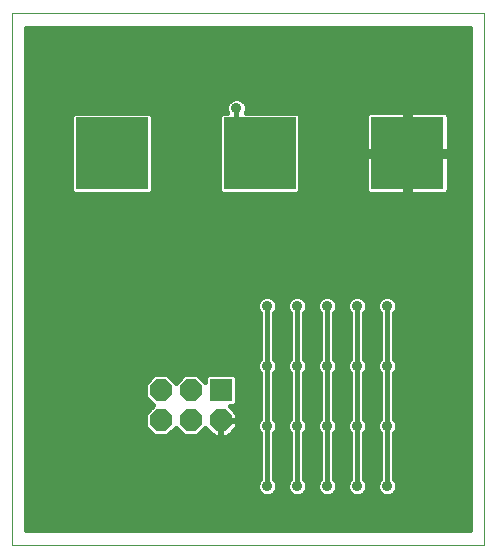
<source format=gbl>
G75*
G70*
%OFA0B0*%
%FSLAX24Y24*%
%IPPOS*%
%LPD*%
%AMOC8*
5,1,8,0,0,1.08239X$1,22.5*
%
%ADD10C,0.0000*%
%ADD11R,0.0740X0.0740*%
%ADD12OC8,0.0740*%
%ADD13R,0.2390X0.2390*%
%ADD14C,0.0160*%
%ADD15C,0.0357*%
D10*
X004992Y001305D02*
X004992Y019022D01*
X020740Y019022D01*
X020740Y001305D01*
X004992Y001305D01*
D11*
X011955Y006455D03*
D12*
X011955Y005455D03*
X010955Y005455D03*
X010955Y006455D03*
X009955Y006455D03*
X009955Y005455D03*
D13*
X008334Y014355D03*
X013255Y014355D03*
X018176Y014355D03*
D14*
X018096Y014302D02*
X014610Y014302D01*
X014610Y014144D02*
X016801Y014144D01*
X016801Y014275D02*
X016801Y013136D01*
X016814Y013091D01*
X016837Y013050D01*
X016871Y013016D01*
X016912Y012992D01*
X016958Y012980D01*
X018096Y012980D01*
X018096Y014275D01*
X016801Y014275D01*
X016801Y014435D02*
X018096Y014435D01*
X018096Y014275D01*
X018256Y014275D01*
X018256Y012980D01*
X019395Y012980D01*
X019441Y012992D01*
X019482Y013016D01*
X019515Y013050D01*
X019539Y013091D01*
X019551Y013136D01*
X019551Y014275D01*
X018256Y014275D01*
X018256Y014435D01*
X018096Y014435D01*
X018096Y015730D01*
X016958Y015730D01*
X016912Y015718D01*
X016871Y015694D01*
X016837Y015660D01*
X016814Y015619D01*
X016801Y015574D01*
X016801Y014435D01*
X016801Y014461D02*
X014610Y014461D01*
X014610Y014619D02*
X016801Y014619D01*
X016801Y014778D02*
X014610Y014778D01*
X014610Y014936D02*
X016801Y014936D01*
X016801Y015095D02*
X014610Y015095D01*
X014610Y015253D02*
X016801Y015253D01*
X016801Y015412D02*
X014610Y015412D01*
X014610Y015570D02*
X016801Y015570D01*
X016953Y015729D02*
X012794Y015729D01*
X012786Y015710D02*
X012818Y015788D01*
X012818Y015922D01*
X012767Y016047D01*
X012672Y016142D01*
X012547Y016193D01*
X012413Y016193D01*
X012288Y016142D01*
X012193Y016047D01*
X012142Y015922D01*
X012142Y015788D01*
X012174Y015710D01*
X011994Y015710D01*
X011900Y015616D01*
X011900Y013094D01*
X011994Y013000D01*
X014516Y013000D01*
X014610Y013094D01*
X014610Y015616D01*
X014516Y015710D01*
X012786Y015710D01*
X012818Y015887D02*
X020260Y015887D01*
X020260Y015729D02*
X019400Y015729D01*
X019395Y015730D02*
X018256Y015730D01*
X018256Y014435D01*
X019551Y014435D01*
X019551Y015574D01*
X019539Y015619D01*
X019515Y015660D01*
X019482Y015694D01*
X019441Y015718D01*
X019395Y015730D01*
X019551Y015570D02*
X020260Y015570D01*
X020260Y015412D02*
X019551Y015412D01*
X019551Y015253D02*
X020260Y015253D01*
X020260Y015095D02*
X019551Y015095D01*
X019551Y014936D02*
X020260Y014936D01*
X020260Y014778D02*
X019551Y014778D01*
X019551Y014619D02*
X020260Y014619D01*
X020260Y014461D02*
X019551Y014461D01*
X019551Y014144D02*
X020260Y014144D01*
X020260Y014302D02*
X018256Y014302D01*
X018256Y014144D02*
X018096Y014144D01*
X018096Y013985D02*
X018256Y013985D01*
X018256Y013827D02*
X018096Y013827D01*
X018096Y013668D02*
X018256Y013668D01*
X018256Y013510D02*
X018096Y013510D01*
X018096Y013351D02*
X018256Y013351D01*
X018256Y013193D02*
X018096Y013193D01*
X018096Y013034D02*
X018256Y013034D01*
X019500Y013034D02*
X020260Y013034D01*
X020260Y012876D02*
X005472Y012876D01*
X005472Y013034D02*
X007039Y013034D01*
X007073Y013000D02*
X009595Y013000D01*
X009689Y013094D01*
X009689Y015616D01*
X009595Y015710D01*
X007073Y015710D01*
X006979Y015616D01*
X006979Y013094D01*
X007073Y013000D01*
X006979Y013193D02*
X005472Y013193D01*
X005472Y013351D02*
X006979Y013351D01*
X006979Y013510D02*
X005472Y013510D01*
X005472Y013668D02*
X006979Y013668D01*
X006979Y013827D02*
X005472Y013827D01*
X005472Y013985D02*
X006979Y013985D01*
X006979Y014144D02*
X005472Y014144D01*
X005472Y014302D02*
X006979Y014302D01*
X006979Y014461D02*
X005472Y014461D01*
X005472Y014619D02*
X006979Y014619D01*
X006979Y014778D02*
X005472Y014778D01*
X005472Y014936D02*
X006979Y014936D01*
X006979Y015095D02*
X005472Y015095D01*
X005472Y015253D02*
X006979Y015253D01*
X006979Y015412D02*
X005472Y015412D01*
X005472Y015570D02*
X006979Y015570D01*
X005472Y015729D02*
X012166Y015729D01*
X012142Y015887D02*
X005472Y015887D01*
X005472Y016046D02*
X012193Y016046D01*
X012480Y015855D02*
X012480Y015130D01*
X011900Y015095D02*
X009689Y015095D01*
X009689Y015253D02*
X011900Y015253D01*
X011900Y015412D02*
X009689Y015412D01*
X009689Y015570D02*
X011900Y015570D01*
X011900Y014936D02*
X009689Y014936D01*
X009689Y014778D02*
X011900Y014778D01*
X011900Y014619D02*
X009689Y014619D01*
X009689Y014461D02*
X011900Y014461D01*
X011900Y014302D02*
X009689Y014302D01*
X009689Y014144D02*
X011900Y014144D01*
X011900Y013985D02*
X009689Y013985D01*
X009689Y013827D02*
X011900Y013827D01*
X011900Y013668D02*
X009689Y013668D01*
X009689Y013510D02*
X011900Y013510D01*
X011900Y013351D02*
X009689Y013351D01*
X009689Y013193D02*
X011900Y013193D01*
X011960Y013034D02*
X009629Y013034D01*
X009905Y011955D02*
X009905Y011905D01*
X013218Y009447D02*
X013167Y009322D01*
X013167Y009188D01*
X013218Y009063D01*
X013265Y009016D01*
X013265Y007494D01*
X013218Y007447D01*
X013167Y007322D01*
X013167Y007188D01*
X013218Y007063D01*
X013265Y007016D01*
X013265Y005494D01*
X013218Y005447D01*
X013167Y005322D01*
X013167Y005188D01*
X013218Y005063D01*
X013265Y005016D01*
X013265Y003494D01*
X013218Y003447D01*
X013167Y003322D01*
X013167Y003188D01*
X013218Y003063D01*
X013313Y002968D01*
X013438Y002917D01*
X013572Y002917D01*
X013697Y002968D01*
X013792Y003063D01*
X013843Y003188D01*
X013843Y003322D01*
X013792Y003447D01*
X013745Y003494D01*
X013745Y005016D01*
X013792Y005063D01*
X013843Y005188D01*
X013843Y005322D01*
X013792Y005447D01*
X013745Y005494D01*
X013745Y007016D01*
X013792Y007063D01*
X013843Y007188D01*
X013843Y007322D01*
X013792Y007447D01*
X013745Y007494D01*
X013745Y009016D01*
X013792Y009063D01*
X013843Y009188D01*
X013843Y009322D01*
X013792Y009447D01*
X013697Y009542D01*
X013572Y009593D01*
X013438Y009593D01*
X013313Y009542D01*
X013218Y009447D01*
X013194Y009389D02*
X005472Y009389D01*
X005472Y009547D02*
X013326Y009547D01*
X013505Y009255D02*
X013505Y007255D01*
X013505Y005255D01*
X013505Y003255D01*
X013184Y003366D02*
X005472Y003366D01*
X005472Y003524D02*
X013265Y003524D01*
X013265Y003683D02*
X005472Y003683D01*
X005472Y003841D02*
X013265Y003841D01*
X013265Y004000D02*
X005472Y004000D01*
X005472Y004158D02*
X013265Y004158D01*
X013265Y004317D02*
X005472Y004317D01*
X005472Y004475D02*
X013265Y004475D01*
X013265Y004634D02*
X005472Y004634D01*
X005472Y004792D02*
X013265Y004792D01*
X013265Y004951D02*
X012228Y004951D01*
X012183Y004905D02*
X012505Y005227D01*
X012505Y005435D01*
X011975Y005435D01*
X011975Y005475D01*
X012505Y005475D01*
X012505Y005683D01*
X012263Y005925D01*
X012391Y005925D01*
X012485Y006019D01*
X012485Y006891D01*
X012391Y006985D01*
X011519Y006985D01*
X011425Y006891D01*
X011425Y006735D01*
X011175Y006985D01*
X010735Y006985D01*
X010455Y006705D01*
X010175Y006985D01*
X009735Y006985D01*
X009425Y006675D01*
X009425Y006235D01*
X009705Y005955D01*
X009425Y005675D01*
X009425Y005235D01*
X009735Y004925D01*
X010175Y004925D01*
X010455Y005205D01*
X010735Y004925D01*
X011175Y004925D01*
X011441Y005191D01*
X011727Y004905D01*
X011935Y004905D01*
X011935Y005435D01*
X011975Y005435D01*
X011975Y004905D01*
X012183Y004905D01*
X011975Y004951D02*
X011935Y004951D01*
X011935Y005109D02*
X011975Y005109D01*
X011975Y005268D02*
X011935Y005268D01*
X011935Y005426D02*
X011975Y005426D01*
X012387Y005109D02*
X013199Y005109D01*
X013167Y005268D02*
X012505Y005268D01*
X012505Y005426D02*
X013210Y005426D01*
X013265Y005585D02*
X012505Y005585D01*
X012445Y005743D02*
X013265Y005743D01*
X013265Y005902D02*
X012286Y005902D01*
X012485Y006060D02*
X013265Y006060D01*
X013265Y006219D02*
X012485Y006219D01*
X012485Y006377D02*
X013265Y006377D01*
X013265Y006536D02*
X012485Y006536D01*
X012485Y006694D02*
X013265Y006694D01*
X013265Y006853D02*
X012485Y006853D01*
X013174Y007170D02*
X005472Y007170D01*
X005472Y007328D02*
X013169Y007328D01*
X013258Y007487D02*
X005472Y007487D01*
X005472Y007645D02*
X013265Y007645D01*
X013265Y007804D02*
X005472Y007804D01*
X005472Y007962D02*
X013265Y007962D01*
X013265Y008121D02*
X005472Y008121D01*
X005472Y008279D02*
X013265Y008279D01*
X013265Y008438D02*
X005472Y008438D01*
X005472Y008596D02*
X013265Y008596D01*
X013265Y008755D02*
X005472Y008755D01*
X005472Y008913D02*
X013265Y008913D01*
X013215Y009072D02*
X005472Y009072D01*
X005472Y009230D02*
X013167Y009230D01*
X013684Y009547D02*
X014326Y009547D01*
X014313Y009542D02*
X014218Y009447D01*
X014167Y009322D01*
X014167Y009188D01*
X014218Y009063D01*
X014265Y009016D01*
X014265Y007494D01*
X014218Y007447D01*
X014167Y007322D01*
X014167Y007188D01*
X014218Y007063D01*
X014265Y007016D01*
X014265Y005494D01*
X014218Y005447D01*
X014167Y005322D01*
X014167Y005188D01*
X014218Y005063D01*
X014265Y005016D01*
X014265Y003494D01*
X014218Y003447D01*
X014167Y003322D01*
X014167Y003188D01*
X014218Y003063D01*
X014313Y002968D01*
X014438Y002917D01*
X014572Y002917D01*
X014697Y002968D01*
X014792Y003063D01*
X014843Y003188D01*
X014843Y003322D01*
X014792Y003447D01*
X014745Y003494D01*
X014745Y005016D01*
X014792Y005063D01*
X014843Y005188D01*
X014843Y005322D01*
X014792Y005447D01*
X014745Y005494D01*
X014745Y007016D01*
X014792Y007063D01*
X014843Y007188D01*
X014843Y007322D01*
X014792Y007447D01*
X014745Y007494D01*
X014745Y009016D01*
X014792Y009063D01*
X014843Y009188D01*
X014843Y009322D01*
X014792Y009447D01*
X014697Y009542D01*
X014572Y009593D01*
X014438Y009593D01*
X014313Y009542D01*
X014194Y009389D02*
X013816Y009389D01*
X013843Y009230D02*
X014167Y009230D01*
X014215Y009072D02*
X013795Y009072D01*
X013745Y008913D02*
X014265Y008913D01*
X014265Y008755D02*
X013745Y008755D01*
X013745Y008596D02*
X014265Y008596D01*
X014265Y008438D02*
X013745Y008438D01*
X013745Y008279D02*
X014265Y008279D01*
X014265Y008121D02*
X013745Y008121D01*
X013745Y007962D02*
X014265Y007962D01*
X014265Y007804D02*
X013745Y007804D01*
X013745Y007645D02*
X014265Y007645D01*
X014258Y007487D02*
X013752Y007487D01*
X013841Y007328D02*
X014169Y007328D01*
X014174Y007170D02*
X013836Y007170D01*
X013745Y007011D02*
X014265Y007011D01*
X014265Y006853D02*
X013745Y006853D01*
X013745Y006694D02*
X014265Y006694D01*
X014265Y006536D02*
X013745Y006536D01*
X013745Y006377D02*
X014265Y006377D01*
X014265Y006219D02*
X013745Y006219D01*
X013745Y006060D02*
X014265Y006060D01*
X014265Y005902D02*
X013745Y005902D01*
X013745Y005743D02*
X014265Y005743D01*
X014265Y005585D02*
X013745Y005585D01*
X013800Y005426D02*
X014210Y005426D01*
X014167Y005268D02*
X013843Y005268D01*
X013811Y005109D02*
X014199Y005109D01*
X014265Y004951D02*
X013745Y004951D01*
X013745Y004792D02*
X014265Y004792D01*
X014265Y004634D02*
X013745Y004634D01*
X013745Y004475D02*
X014265Y004475D01*
X014265Y004317D02*
X013745Y004317D01*
X013745Y004158D02*
X014265Y004158D01*
X014265Y004000D02*
X013745Y004000D01*
X013745Y003841D02*
X014265Y003841D01*
X014265Y003683D02*
X013745Y003683D01*
X013745Y003524D02*
X014265Y003524D01*
X014184Y003366D02*
X013826Y003366D01*
X013843Y003207D02*
X014167Y003207D01*
X014233Y003049D02*
X013777Y003049D01*
X013233Y003049D02*
X005472Y003049D01*
X005472Y003207D02*
X013167Y003207D01*
X014505Y003255D02*
X014505Y005255D01*
X014505Y007255D01*
X014505Y009255D01*
X014816Y009389D02*
X015194Y009389D01*
X015218Y009447D02*
X015167Y009322D01*
X015167Y009188D01*
X015218Y009063D01*
X015265Y009016D01*
X015265Y007494D01*
X015218Y007447D01*
X015167Y007322D01*
X015167Y007188D01*
X015218Y007063D01*
X015265Y007016D01*
X015265Y005494D01*
X015218Y005447D01*
X015167Y005322D01*
X015167Y005188D01*
X015218Y005063D01*
X015265Y005016D01*
X015265Y003494D01*
X015218Y003447D01*
X015167Y003322D01*
X015167Y003188D01*
X015218Y003063D01*
X015313Y002968D01*
X015438Y002917D01*
X015572Y002917D01*
X015697Y002968D01*
X015792Y003063D01*
X015843Y003188D01*
X015843Y003322D01*
X015792Y003447D01*
X015745Y003494D01*
X015745Y005016D01*
X015792Y005063D01*
X015843Y005188D01*
X015843Y005322D01*
X015792Y005447D01*
X015745Y005494D01*
X015745Y007016D01*
X015792Y007063D01*
X015843Y007188D01*
X015843Y007322D01*
X015792Y007447D01*
X015745Y007494D01*
X015745Y009016D01*
X015792Y009063D01*
X015843Y009188D01*
X015843Y009322D01*
X015792Y009447D01*
X015697Y009542D01*
X015572Y009593D01*
X015438Y009593D01*
X015313Y009542D01*
X015218Y009447D01*
X015326Y009547D02*
X014684Y009547D01*
X014843Y009230D02*
X015167Y009230D01*
X015215Y009072D02*
X014795Y009072D01*
X014745Y008913D02*
X015265Y008913D01*
X015265Y008755D02*
X014745Y008755D01*
X014745Y008596D02*
X015265Y008596D01*
X015265Y008438D02*
X014745Y008438D01*
X014745Y008279D02*
X015265Y008279D01*
X015265Y008121D02*
X014745Y008121D01*
X014745Y007962D02*
X015265Y007962D01*
X015265Y007804D02*
X014745Y007804D01*
X014745Y007645D02*
X015265Y007645D01*
X015258Y007487D02*
X014752Y007487D01*
X014841Y007328D02*
X015169Y007328D01*
X015174Y007170D02*
X014836Y007170D01*
X014745Y007011D02*
X015265Y007011D01*
X015265Y006853D02*
X014745Y006853D01*
X014745Y006694D02*
X015265Y006694D01*
X015265Y006536D02*
X014745Y006536D01*
X014745Y006377D02*
X015265Y006377D01*
X015265Y006219D02*
X014745Y006219D01*
X014745Y006060D02*
X015265Y006060D01*
X015265Y005902D02*
X014745Y005902D01*
X014745Y005743D02*
X015265Y005743D01*
X015265Y005585D02*
X014745Y005585D01*
X014800Y005426D02*
X015210Y005426D01*
X015167Y005268D02*
X014843Y005268D01*
X014811Y005109D02*
X015199Y005109D01*
X015265Y004951D02*
X014745Y004951D01*
X014745Y004792D02*
X015265Y004792D01*
X015265Y004634D02*
X014745Y004634D01*
X014745Y004475D02*
X015265Y004475D01*
X015265Y004317D02*
X014745Y004317D01*
X014745Y004158D02*
X015265Y004158D01*
X015265Y004000D02*
X014745Y004000D01*
X014745Y003841D02*
X015265Y003841D01*
X015265Y003683D02*
X014745Y003683D01*
X014745Y003524D02*
X015265Y003524D01*
X015184Y003366D02*
X014826Y003366D01*
X014843Y003207D02*
X015167Y003207D01*
X015233Y003049D02*
X014777Y003049D01*
X015505Y003255D02*
X015505Y005255D01*
X015505Y007255D01*
X015505Y009255D01*
X015816Y009389D02*
X016194Y009389D01*
X016218Y009447D02*
X016167Y009322D01*
X016167Y009188D01*
X016218Y009063D01*
X016265Y009016D01*
X016265Y007494D01*
X016218Y007447D01*
X016167Y007322D01*
X016167Y007188D01*
X016218Y007063D01*
X016265Y007016D01*
X016265Y005494D01*
X016218Y005447D01*
X016167Y005322D01*
X016167Y005188D01*
X016218Y005063D01*
X016265Y005016D01*
X016265Y003494D01*
X016218Y003447D01*
X016167Y003322D01*
X016167Y003188D01*
X016218Y003063D01*
X016313Y002968D01*
X016438Y002917D01*
X016572Y002917D01*
X016697Y002968D01*
X016792Y003063D01*
X016843Y003188D01*
X016843Y003322D01*
X016792Y003447D01*
X016745Y003494D01*
X016745Y005016D01*
X016792Y005063D01*
X016843Y005188D01*
X016843Y005322D01*
X016792Y005447D01*
X016745Y005494D01*
X016745Y007016D01*
X016792Y007063D01*
X016843Y007188D01*
X016843Y007322D01*
X016792Y007447D01*
X016745Y007494D01*
X016745Y009016D01*
X016792Y009063D01*
X016843Y009188D01*
X016843Y009322D01*
X016792Y009447D01*
X016697Y009542D01*
X016572Y009593D01*
X016438Y009593D01*
X016313Y009542D01*
X016218Y009447D01*
X016326Y009547D02*
X015684Y009547D01*
X015843Y009230D02*
X016167Y009230D01*
X016215Y009072D02*
X015795Y009072D01*
X015745Y008913D02*
X016265Y008913D01*
X016265Y008755D02*
X015745Y008755D01*
X015745Y008596D02*
X016265Y008596D01*
X016265Y008438D02*
X015745Y008438D01*
X015745Y008279D02*
X016265Y008279D01*
X016265Y008121D02*
X015745Y008121D01*
X015745Y007962D02*
X016265Y007962D01*
X016265Y007804D02*
X015745Y007804D01*
X015745Y007645D02*
X016265Y007645D01*
X016258Y007487D02*
X015752Y007487D01*
X015841Y007328D02*
X016169Y007328D01*
X016174Y007170D02*
X015836Y007170D01*
X015745Y007011D02*
X016265Y007011D01*
X016265Y006853D02*
X015745Y006853D01*
X015745Y006694D02*
X016265Y006694D01*
X016265Y006536D02*
X015745Y006536D01*
X015745Y006377D02*
X016265Y006377D01*
X016265Y006219D02*
X015745Y006219D01*
X015745Y006060D02*
X016265Y006060D01*
X016265Y005902D02*
X015745Y005902D01*
X015745Y005743D02*
X016265Y005743D01*
X016265Y005585D02*
X015745Y005585D01*
X015800Y005426D02*
X016210Y005426D01*
X016167Y005268D02*
X015843Y005268D01*
X015811Y005109D02*
X016199Y005109D01*
X016265Y004951D02*
X015745Y004951D01*
X015745Y004792D02*
X016265Y004792D01*
X016265Y004634D02*
X015745Y004634D01*
X015745Y004475D02*
X016265Y004475D01*
X016265Y004317D02*
X015745Y004317D01*
X015745Y004158D02*
X016265Y004158D01*
X016265Y004000D02*
X015745Y004000D01*
X015745Y003841D02*
X016265Y003841D01*
X016265Y003683D02*
X015745Y003683D01*
X015745Y003524D02*
X016265Y003524D01*
X016184Y003366D02*
X015826Y003366D01*
X015843Y003207D02*
X016167Y003207D01*
X016233Y003049D02*
X015777Y003049D01*
X016505Y003255D02*
X016505Y005255D01*
X016505Y007255D01*
X016505Y009255D01*
X016684Y009547D02*
X017326Y009547D01*
X017313Y009542D02*
X017218Y009447D01*
X017167Y009322D01*
X017167Y009188D01*
X017218Y009063D01*
X017265Y009016D01*
X017265Y007494D01*
X017218Y007447D01*
X017167Y007322D01*
X017167Y007188D01*
X017218Y007063D01*
X017265Y007016D01*
X017265Y005494D01*
X017218Y005447D01*
X017167Y005322D01*
X017167Y005188D01*
X017218Y005063D01*
X017265Y005016D01*
X017265Y003494D01*
X017218Y003447D01*
X017167Y003322D01*
X017167Y003188D01*
X017218Y003063D01*
X017313Y002968D01*
X017438Y002917D01*
X017572Y002917D01*
X017697Y002968D01*
X017792Y003063D01*
X017843Y003188D01*
X017843Y003322D01*
X017792Y003447D01*
X017745Y003494D01*
X017745Y005016D01*
X017792Y005063D01*
X017843Y005188D01*
X017843Y005322D01*
X017792Y005447D01*
X017745Y005494D01*
X017745Y007016D01*
X017792Y007063D01*
X017843Y007188D01*
X017843Y007322D01*
X017792Y007447D01*
X017745Y007494D01*
X017745Y009016D01*
X017792Y009063D01*
X017843Y009188D01*
X017843Y009322D01*
X017792Y009447D01*
X017697Y009542D01*
X017572Y009593D01*
X017438Y009593D01*
X017313Y009542D01*
X017194Y009389D02*
X016816Y009389D01*
X016843Y009230D02*
X017167Y009230D01*
X017215Y009072D02*
X016795Y009072D01*
X016745Y008913D02*
X017265Y008913D01*
X017265Y008755D02*
X016745Y008755D01*
X016745Y008596D02*
X017265Y008596D01*
X017265Y008438D02*
X016745Y008438D01*
X016745Y008279D02*
X017265Y008279D01*
X017265Y008121D02*
X016745Y008121D01*
X016745Y007962D02*
X017265Y007962D01*
X017265Y007804D02*
X016745Y007804D01*
X016745Y007645D02*
X017265Y007645D01*
X017258Y007487D02*
X016752Y007487D01*
X016841Y007328D02*
X017169Y007328D01*
X017174Y007170D02*
X016836Y007170D01*
X016745Y007011D02*
X017265Y007011D01*
X017265Y006853D02*
X016745Y006853D01*
X016745Y006694D02*
X017265Y006694D01*
X017265Y006536D02*
X016745Y006536D01*
X016745Y006377D02*
X017265Y006377D01*
X017265Y006219D02*
X016745Y006219D01*
X016745Y006060D02*
X017265Y006060D01*
X017265Y005902D02*
X016745Y005902D01*
X016745Y005743D02*
X017265Y005743D01*
X017265Y005585D02*
X016745Y005585D01*
X016800Y005426D02*
X017210Y005426D01*
X017167Y005268D02*
X016843Y005268D01*
X016811Y005109D02*
X017199Y005109D01*
X017265Y004951D02*
X016745Y004951D01*
X016745Y004792D02*
X017265Y004792D01*
X017265Y004634D02*
X016745Y004634D01*
X016745Y004475D02*
X017265Y004475D01*
X017265Y004317D02*
X016745Y004317D01*
X016745Y004158D02*
X017265Y004158D01*
X017265Y004000D02*
X016745Y004000D01*
X016745Y003841D02*
X017265Y003841D01*
X017265Y003683D02*
X016745Y003683D01*
X016745Y003524D02*
X017265Y003524D01*
X017184Y003366D02*
X016826Y003366D01*
X016843Y003207D02*
X017167Y003207D01*
X017233Y003049D02*
X016777Y003049D01*
X017505Y003255D02*
X017505Y005255D01*
X017505Y007255D01*
X017505Y009255D01*
X017816Y009389D02*
X020260Y009389D01*
X020260Y009547D02*
X017684Y009547D01*
X017843Y009230D02*
X020260Y009230D01*
X020260Y009072D02*
X017795Y009072D01*
X017745Y008913D02*
X020260Y008913D01*
X020260Y008755D02*
X017745Y008755D01*
X017745Y008596D02*
X020260Y008596D01*
X020260Y008438D02*
X017745Y008438D01*
X017745Y008279D02*
X020260Y008279D01*
X020260Y008121D02*
X017745Y008121D01*
X017745Y007962D02*
X020260Y007962D01*
X020260Y007804D02*
X017745Y007804D01*
X017745Y007645D02*
X020260Y007645D01*
X020260Y007487D02*
X017752Y007487D01*
X017841Y007328D02*
X020260Y007328D01*
X020260Y007170D02*
X017836Y007170D01*
X017745Y007011D02*
X020260Y007011D01*
X020260Y006853D02*
X017745Y006853D01*
X017745Y006694D02*
X020260Y006694D01*
X020260Y006536D02*
X017745Y006536D01*
X017745Y006377D02*
X020260Y006377D01*
X020260Y006219D02*
X017745Y006219D01*
X017745Y006060D02*
X020260Y006060D01*
X020260Y005902D02*
X017745Y005902D01*
X017745Y005743D02*
X020260Y005743D01*
X020260Y005585D02*
X017745Y005585D01*
X017800Y005426D02*
X020260Y005426D01*
X020260Y005268D02*
X017843Y005268D01*
X017811Y005109D02*
X020260Y005109D01*
X020260Y004951D02*
X017745Y004951D01*
X017745Y004792D02*
X020260Y004792D01*
X020260Y004634D02*
X017745Y004634D01*
X017745Y004475D02*
X020260Y004475D01*
X020260Y004317D02*
X017745Y004317D01*
X017745Y004158D02*
X020260Y004158D01*
X020260Y004000D02*
X017745Y004000D01*
X017745Y003841D02*
X020260Y003841D01*
X020260Y003683D02*
X017745Y003683D01*
X017745Y003524D02*
X020260Y003524D01*
X020260Y003366D02*
X017826Y003366D01*
X017843Y003207D02*
X020260Y003207D01*
X020260Y003049D02*
X017777Y003049D01*
X020260Y002890D02*
X005472Y002890D01*
X005472Y002732D02*
X020260Y002732D01*
X020260Y002573D02*
X005472Y002573D01*
X005472Y002415D02*
X020260Y002415D01*
X020260Y002256D02*
X005472Y002256D01*
X005472Y002098D02*
X020260Y002098D01*
X020260Y001939D02*
X005472Y001939D01*
X005472Y001785D02*
X005472Y018542D01*
X020260Y018542D01*
X020260Y001785D01*
X005472Y001785D01*
X005472Y004951D02*
X009710Y004951D01*
X009551Y005109D02*
X005472Y005109D01*
X005472Y005268D02*
X009425Y005268D01*
X009425Y005426D02*
X005472Y005426D01*
X005472Y005585D02*
X009425Y005585D01*
X009493Y005743D02*
X005472Y005743D01*
X005472Y005902D02*
X009652Y005902D01*
X009600Y006060D02*
X005472Y006060D01*
X005472Y006219D02*
X009442Y006219D01*
X009425Y006377D02*
X005472Y006377D01*
X005472Y006536D02*
X009425Y006536D01*
X009444Y006694D02*
X005472Y006694D01*
X005472Y006853D02*
X009603Y006853D01*
X009605Y007205D02*
X009605Y007305D01*
X010307Y006853D02*
X010603Y006853D01*
X011307Y006853D02*
X011425Y006853D01*
X011359Y005109D02*
X011523Y005109D01*
X011682Y004951D02*
X011200Y004951D01*
X010710Y004951D02*
X010200Y004951D01*
X010359Y005109D02*
X010551Y005109D01*
X013265Y007011D02*
X005472Y007011D01*
X007055Y006605D02*
X007205Y006605D01*
X005472Y009706D02*
X020260Y009706D01*
X020260Y009864D02*
X005472Y009864D01*
X005472Y010023D02*
X020260Y010023D01*
X020260Y010181D02*
X005472Y010181D01*
X005472Y010340D02*
X020260Y010340D01*
X020260Y010498D02*
X005472Y010498D01*
X005472Y010657D02*
X020260Y010657D01*
X020260Y010815D02*
X005472Y010815D01*
X005472Y010974D02*
X020260Y010974D01*
X020260Y011132D02*
X005472Y011132D01*
X005472Y011291D02*
X020260Y011291D01*
X020260Y011449D02*
X005472Y011449D01*
X005472Y011608D02*
X020260Y011608D01*
X020260Y011766D02*
X005472Y011766D01*
X005472Y011925D02*
X020260Y011925D01*
X020260Y012083D02*
X005472Y012083D01*
X005472Y012242D02*
X020260Y012242D01*
X020260Y012400D02*
X005472Y012400D01*
X005472Y012559D02*
X020260Y012559D01*
X020260Y012717D02*
X005472Y012717D01*
X005472Y016204D02*
X020260Y016204D01*
X020260Y016046D02*
X012767Y016046D01*
X012505Y015880D02*
X012480Y015855D01*
X012480Y015130D02*
X012482Y015077D01*
X012487Y015024D01*
X012496Y014972D01*
X012509Y014921D01*
X012525Y014870D01*
X012544Y014821D01*
X012567Y014773D01*
X012593Y014727D01*
X012622Y014683D01*
X012654Y014641D01*
X012689Y014601D01*
X012726Y014564D01*
X012766Y014529D01*
X012808Y014497D01*
X012852Y014468D01*
X012898Y014442D01*
X012946Y014419D01*
X012995Y014400D01*
X013046Y014384D01*
X013097Y014371D01*
X013149Y014362D01*
X013202Y014357D01*
X013255Y014355D01*
X014610Y013985D02*
X016801Y013985D01*
X016801Y013827D02*
X014610Y013827D01*
X014610Y013668D02*
X016801Y013668D01*
X016801Y013510D02*
X014610Y013510D01*
X014610Y013351D02*
X016801Y013351D01*
X016801Y013193D02*
X014610Y013193D01*
X014550Y013034D02*
X016853Y013034D01*
X017880Y011630D02*
X017880Y011505D01*
X019551Y013193D02*
X020260Y013193D01*
X020260Y013351D02*
X019551Y013351D01*
X019551Y013510D02*
X020260Y013510D01*
X020260Y013668D02*
X019551Y013668D01*
X019551Y013827D02*
X020260Y013827D01*
X020260Y013985D02*
X019551Y013985D01*
X018256Y014461D02*
X018096Y014461D01*
X018096Y014619D02*
X018256Y014619D01*
X018256Y014778D02*
X018096Y014778D01*
X018096Y014936D02*
X018256Y014936D01*
X018256Y015095D02*
X018096Y015095D01*
X018096Y015253D02*
X018256Y015253D01*
X018256Y015412D02*
X018096Y015412D01*
X018096Y015570D02*
X018256Y015570D01*
X018256Y015729D02*
X018096Y015729D01*
X020260Y016363D02*
X005472Y016363D01*
X005472Y016521D02*
X020260Y016521D01*
X020260Y016680D02*
X005472Y016680D01*
X005472Y016838D02*
X020260Y016838D01*
X020260Y016997D02*
X005472Y016997D01*
X005472Y017155D02*
X020260Y017155D01*
X020260Y017314D02*
X005472Y017314D01*
X005472Y017472D02*
X020260Y017472D01*
X020260Y017631D02*
X005472Y017631D01*
X005472Y017789D02*
X020260Y017789D01*
X020260Y017948D02*
X005472Y017948D01*
X005472Y018106D02*
X020260Y018106D01*
X020260Y018265D02*
X005472Y018265D01*
X005472Y018423D02*
X020260Y018423D01*
D15*
X017880Y011505D03*
X017505Y009255D03*
X016505Y009255D03*
X015505Y009255D03*
X014505Y009255D03*
X013505Y009255D03*
X013505Y007255D03*
X014505Y007255D03*
X015505Y007255D03*
X016505Y007255D03*
X017505Y007255D03*
X017505Y005255D03*
X016505Y005255D03*
X015505Y005255D03*
X014505Y005255D03*
X013505Y005255D03*
X013505Y003255D03*
X014505Y003255D03*
X015505Y003255D03*
X016505Y003255D03*
X017505Y003255D03*
X009605Y007205D03*
X007055Y006605D03*
X009905Y011955D03*
X012480Y015855D03*
M02*

</source>
